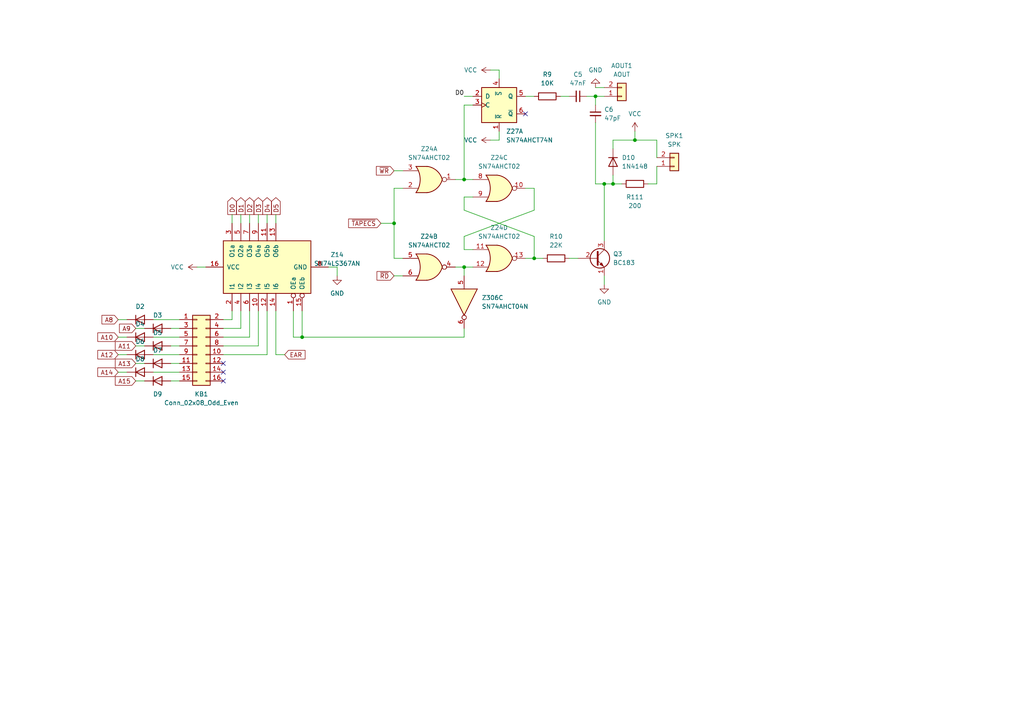
<source format=kicad_sch>
(kicad_sch (version 20211123) (generator eeschema)
  (paper "A4")
  (title_block (title "JupiterAce Z80 plus KIO and new memory format.") (date "2020-05-12") (rev "${REVNUM}") (company "Ontobus") (comment 1 "John Bradley") (comment 2 "https://creativecommons.org/licenses/by-nc-sa/4.0/") (comment 3 "Attribution-NonCommercial-ShareAlike 4.0 International License.") (comment 4 "This work is licensed under a Creative Commons "))
  (lib_symbols
    (symbol "1N4148_1" (pin_numbers hide) (pin_names hide)
      (property "Reference" "D" (at 0 2.54 0))
      (property "Value" "1N4148_1" (at 0 -2.54 0))
      (symbol "1N4148_1_0_1"
        (polyline (pts (xy -1.27 1.27) (xy -1.27 -1.27)) (stroke (width 0.254)))
        (polyline (pts (xy 1.27 0) (xy -1.27 0)))
        (polyline (pts (xy 1.27 1.27) (xy 1.27 -1.27) (xy -1.27 0) (xy 1.27 1.27)) (stroke (width 0.254)))
      )
      (symbol "1N4148_1_1_1"
        (pin passive line (at -3.81 0 0) (length 2.54) (name "K") (number "1"))
        (pin passive line (at 3.81 0 180) (length 2.54) (name "A") (number "2"))
      )
    )
    (symbol "1N4148_2" (pin_numbers hide) (pin_names hide)
      (property "Reference" "D" (at 0 2.54 0))
      (property "Value" "1N4148_2" (at 0 -2.54 0))
      (symbol "1N4148_2_0_1"
        (polyline (pts (xy -1.27 1.27) (xy -1.27 -1.27)) (stroke (width 0.254)))
        (polyline (pts (xy 1.27 0) (xy -1.27 0)))
        (polyline (pts (xy 1.27 1.27) (xy 1.27 -1.27) (xy -1.27 0) (xy 1.27 1.27)) (stroke (width 0.254)))
      )
      (symbol "1N4148_2_1_1"
        (pin passive line (at -3.81 0 0) (length 2.54) (name "K") (number "1"))
        (pin passive line (at 3.81 0 180) (length 2.54) (name "A") (number "2"))
      )
    )
    (symbol "1N4148_3" (pin_numbers hide) (pin_names hide)
      (property "Reference" "D" (at 0 2.54 0))
      (property "Value" "1N4148_3" (at 0 -2.54 0))
      (symbol "1N4148_3_0_1"
        (polyline (pts (xy -1.27 1.27) (xy -1.27 -1.27)) (stroke (width 0.254)))
        (polyline (pts (xy 1.27 0) (xy -1.27 0)))
        (polyline (pts (xy 1.27 1.27) (xy 1.27 -1.27) (xy -1.27 0) (xy 1.27 1.27)) (stroke (width 0.254)))
      )
      (symbol "1N4148_3_1_1"
        (pin passive line (at -3.81 0 0) (length 2.54) (name "K") (number "1"))
        (pin passive line (at 3.81 0 180) (length 2.54) (name "A") (number "2"))
      )
    )
    (symbol "1N4148_4" (pin_numbers hide) (pin_names hide)
      (property "Reference" "D" (at 0 2.54 0))
      (property "Value" "1N4148_4" (at 0 -2.54 0))
      (symbol "1N4148_4_0_1"
        (polyline (pts (xy -1.27 1.27) (xy -1.27 -1.27)) (stroke (width 0.254)))
        (polyline (pts (xy 1.27 0) (xy -1.27 0)))
        (polyline (pts (xy 1.27 1.27) (xy 1.27 -1.27) (xy -1.27 0) (xy 1.27 1.27)) (stroke (width 0.254)))
      )
      (symbol "1N4148_4_1_1"
        (pin passive line (at -3.81 0 0) (length 2.54) (name "K") (number "1"))
        (pin passive line (at 3.81 0 180) (length 2.54) (name "A") (number "2"))
      )
    )
    (symbol "1N4148_5" (pin_numbers hide) (pin_names hide)
      (property "Reference" "D" (at 0 2.54 0))
      (property "Value" "1N4148_5" (at 0 -2.54 0))
      (symbol "1N4148_5_0_1"
        (polyline (pts (xy -1.27 1.27) (xy -1.27 -1.27)) (stroke (width 0.254)))
        (polyline (pts (xy 1.27 0) (xy -1.27 0)))
        (polyline (pts (xy 1.27 1.27) (xy 1.27 -1.27) (xy -1.27 0) (xy 1.27 1.27)) (stroke (width 0.254)))
      )
      (symbol "1N4148_5_1_1"
        (pin passive line (at -3.81 0 0) (length 2.54) (name "K") (number "1"))
        (pin passive line (at 3.81 0 180) (length 2.54) (name "A") (number "2"))
      )
    )
    (symbol "1N4148_6" (pin_numbers hide) (pin_names hide)
      (property "Reference" "D" (at 0 2.54 0))
      (property "Value" "1N4148_6" (at 0 -2.54 0))
      (symbol "1N4148_6_0_1"
        (polyline (pts (xy -1.27 1.27) (xy -1.27 -1.27)) (stroke (width 0.254)))
        (polyline (pts (xy 1.27 0) (xy -1.27 0)))
        (polyline (pts (xy 1.27 1.27) (xy 1.27 -1.27) (xy -1.27 0) (xy 1.27 1.27)) (stroke (width 0.254)))
      )
      (symbol "1N4148_6_1_1"
        (pin passive line (at -3.81 0 0) (length 2.54) (name "K") (number "1"))
        (pin passive line (at 3.81 0 180) (length 2.54) (name "A") (number "2"))
      )
    )
    (symbol "1N4148_7" (pin_numbers hide) (pin_names hide)
      (property "Reference" "D" (at 0 2.54 0))
      (property "Value" "1N4148_7" (at 0 -2.54 0))
      (symbol "1N4148_7_0_1"
        (polyline (pts (xy -1.27 1.27) (xy -1.27 -1.27)) (stroke (width 0.254)))
        (polyline (pts (xy 1.27 0) (xy -1.27 0)))
        (polyline (pts (xy 1.27 1.27) (xy 1.27 -1.27) (xy -1.27 0) (xy 1.27 1.27)) (stroke (width 0.254)))
      )
      (symbol "1N4148_7_1_1"
        (pin passive line (at -3.81 0 0) (length 2.54) (name "K") (number "1"))
        (pin passive line (at 3.81 0 180) (length 2.54) (name "A") (number "2"))
      )
    )
    (symbol "1N4148_8" (pin_numbers hide) (pin_names hide)
      (property "Reference" "D" (at 0 2.54 0))
      (property "Value" "1N4148_8" (at 0 -2.54 0))
      (symbol "1N4148_8_0_1"
        (polyline (pts (xy -1.27 1.27) (xy -1.27 -1.27)) (stroke (width 0.254)))
        (polyline (pts (xy 1.27 0) (xy -1.27 0)))
        (polyline (pts (xy 1.27 1.27) (xy 1.27 -1.27) (xy -1.27 0) (xy 1.27 1.27)) (stroke (width 0.254)))
      )
      (symbol "1N4148_8_1_1"
        (pin passive line (at -3.81 0 0) (length 2.54) (name "K") (number "1"))
        (pin passive line (at 3.81 0 180) (length 2.54) (name "A") (number "2"))
      )
    )
    (symbol "74xx:74LS02" (pin_names (offset 1.016))
      (property "Reference" "U" (at 0 1.27 0))
      (property "Value" "74LS02" (at 0 -1.27 0))
      (symbol "74LS02_1_1"
        (arc (start -3.81 -3.81) (mid -2.589 0) (end -3.81 3.81) (stroke (width 0.254)))
        (arc (start -0.6096 -3.81) (mid 2.1855 -2.584) (end 3.81 0) (stroke (width 0.254)) (fill (type background)))
        (polyline (pts (xy -3.81 -3.81) (xy -0.635 -3.81)) (stroke (width 0.254)) (fill (type background)))
        (polyline (pts (xy -3.81 3.81) (xy -0.635 3.81)) (stroke (width 0.254)) (fill (type background)))
        (polyline (pts (xy -0.635 3.81) (xy -3.81 3.81) (xy -3.81 3.81) (xy -3.556 3.4036) (xy -3.0226 2.2606) (xy -2.6924 1.0414) (xy -2.6162 -0.254) (xy -2.7686 -1.4986) (xy -3.175 -2.7178) (xy -3.81 -3.81) (xy -3.81 -3.81) (xy -0.635 -3.81)) (stroke (width -25.4)) (fill (type background)))
        (arc (start 3.81 0) (mid 2.1928 2.5925) (end -0.6096 3.81) (stroke (width 0.254)) (fill (type background)))
        (pin output inverted (at 7.62 0 180) (length 3.81) (name "~") (number "1"))
        (pin input line (at -7.62 2.54 0) (length 4.318) (name "~") (number "2"))
        (pin input line (at -7.62 -2.54 0) (length 4.318) (name "~") (number "3"))
      )
      (symbol "74LS02_1_2"
        (arc (start 0 -3.81) (mid 3.81 0) (end 0 3.81) (stroke (width 0.254)) (fill (type background)))
        (polyline (pts (xy 0 3.81) (xy -3.81 3.81) (xy -3.81 -3.81) (xy 0 -3.81)) (stroke (width 0.254)) (fill (type background)))
        (pin output line (at 7.62 0 180) (length 3.81) (name "~") (number "1"))
        (pin input inverted (at -7.62 2.54 0) (length 3.81) (name "~") (number "2"))
        (pin input inverted (at -7.62 -2.54 0) (length 3.81) (name "~") (number "3"))
      )
      (symbol "74LS02_2_1"
        (arc (start -3.81 -3.81) (mid -2.589 0) (end -3.81 3.81) (stroke (width 0.254)))
        (arc (start -0.6096 -3.81) (mid 2.1855 -2.584) (end 3.81 0) (stroke (width 0.254)) (fill (type background)))
        (polyline (pts (xy -3.81 -3.81) (xy -0.635 -3.81)) (stroke (width 0.254)) (fill (type background)))
        (polyline (pts (xy -3.81 3.81) (xy -0.635 3.81)) (stroke (width 0.254)) (fill (type background)))
        (polyline (pts (xy -0.635 3.81) (xy -3.81 3.81) (xy -3.81 3.81) (xy -3.556 3.4036) (xy -3.0226 2.2606) (xy -2.6924 1.0414) (xy -2.6162 -0.254) (xy -2.7686 -1.4986) (xy -3.175 -2.7178) (xy -3.81 -3.81) (xy -3.81 -3.81) (xy -0.635 -3.81)) (stroke (width -25.4)) (fill (type background)))
        (arc (start 3.81 0) (mid 2.1928 2.5925) (end -0.6096 3.81) (stroke (width 0.254)) (fill (type background)))
        (pin output inverted (at 7.62 0 180) (length 3.81) (name "~") (number "4"))
        (pin input line (at -7.62 2.54 0) (length 4.318) (name "~") (number "5"))
        (pin input line (at -7.62 -2.54 0) (length 4.318) (name "~") (number "6"))
      )
      (symbol "74LS02_2_2"
        (arc (start 0 -3.81) (mid 3.81 0) (end 0 3.81) (stroke (width 0.254)) (fill (type background)))
        (polyline (pts (xy 0 3.81) (xy -3.81 3.81) (xy -3.81 -3.81) (xy 0 -3.81)) (stroke (width 0.254)) (fill (type background)))
        (pin output line (at 7.62 0 180) (length 3.81) (name "~") (number "4"))
        (pin input inverted (at -7.62 2.54 0) (length 3.81) (name "~") (number "5"))
        (pin input inverted (at -7.62 -2.54 0) (length 3.81) (name "~") (number "6"))
      )
      (symbol "74LS02_3_1"
        (arc (start -3.81 -3.81) (mid -2.589 0) (end -3.81 3.81) (stroke (width 0.254)))
        (arc (start -0.6096 -3.81) (mid 2.1855 -2.584) (end 3.81 0) (stroke (width 0.254)) (fill (type background)))
        (polyline (pts (xy -3.81 -3.81) (xy -0.635 -3.81)) (stroke (width 0.254)) (fill (type background)))
        (polyline (pts (xy -3.81 3.81) (xy -0.635 3.81)) (stroke (width 0.254)) (fill (type background)))
        (polyline (pts (xy -0.635 3.81) (xy -3.81 3.81) (xy -3.81 3.81) (xy -3.556 3.4036) (xy -3.0226 2.2606) (xy -2.6924 1.0414) (xy -2.6162 -0.254) (xy -2.7686 -1.4986) (xy -3.175 -2.7178) (xy -3.81 -3.81) (xy -3.81 -3.81) (xy -0.635 -3.81)) (stroke (width -25.4)) (fill (type background)))
        (arc (start 3.81 0) (mid 2.1928 2.5925) (end -0.6096 3.81) (stroke (width 0.254)) (fill (type background)))
        (pin output inverted (at 7.62 0 180) (length 3.81) (name "~") (number "10"))
        (pin input line (at -7.62 2.54 0) (length 4.318) (name "~") (number "8"))
        (pin input line (at -7.62 -2.54 0) (length 4.318) (name "~") (number "9"))
      )
      (symbol "74LS02_3_2"
        (arc (start 0 -3.81) (mid 3.81 0) (end 0 3.81) (stroke (width 0.254)) (fill (type background)))
        (polyline (pts (xy 0 3.81) (xy -3.81 3.81) (xy -3.81 -3.81) (xy 0 -3.81)) (stroke (width 0.254)) (fill (type background)))
        (pin output line (at 7.62 0 180) (length 3.81) (name "~") (number "10"))
        (pin input inverted (at -7.62 2.54 0) (length 3.81) (name "~") (number "8"))
        (pin input inverted (at -7.62 -2.54 0) (length 3.81) (name "~") (number "9"))
      )
      (symbol "74LS02_4_1"
        (arc (start -3.81 -3.81) (mid -2.589 0) (end -3.81 3.81) (stroke (width 0.254)))
        (arc (start -0.6096 -3.81) (mid 2.1855 -2.584) (end 3.81 0) (stroke (width 0.254)) (fill (type background)))
        (polyline (pts (xy -3.81 -3.81) (xy -0.635 -3.81)) (stroke (width 0.254)) (fill (type background)))
        (polyline (pts (xy -3.81 3.81) (xy -0.635 3.81)) (stroke (width 0.254)) (fill (type background)))
        (polyline (pts (xy -0.635 3.81) (xy -3.81 3.81) (xy -3.81 3.81) (xy -3.556 3.4036) (xy -3.0226 2.2606) (xy -2.6924 1.0414) (xy -2.6162 -0.254) (xy -2.7686 -1.4986) (xy -3.175 -2.7178) (xy -3.81 -3.81) (xy -3.81 -3.81) (xy -0.635 -3.81)) (stroke (width -25.4)) (fill (type background)))
        (arc (start 3.81 0) (mid 2.1928 2.5925) (end -0.6096 3.81) (stroke (width 0.254)) (fill (type background)))
        (pin input line (at -7.62 2.54 0) (length 4.318) (name "~") (number "11"))
        (pin input line (at -7.62 -2.54 0) (length 4.318) (name "~") (number "12"))
        (pin output inverted (at 7.62 0 180) (length 3.81) (name "~") (number "13"))
      )
      (symbol "74LS02_4_2"
        (arc (start 0 -3.81) (mid 3.81 0) (end 0 3.81) (stroke (width 0.254)) (fill (type background)))
        (polyline (pts (xy 0 3.81) (xy -3.81 3.81) (xy -3.81 -3.81) (xy 0 -3.81)) (stroke (width 0.254)) (fill (type background)))
        (pin input inverted (at -7.62 2.54 0) (length 3.81) (name "~") (number "11"))
        (pin input inverted (at -7.62 -2.54 0) (length 3.81) (name "~") (number "12"))
        (pin output line (at 7.62 0 180) (length 3.81) (name "~") (number "13"))
      )
      (symbol "74LS02_5_0"
        (pin power_in line (at 0 12.7 270) (length 5.08) (name "VCC") (number "14"))
        (pin power_in line (at 0 -12.7 90) (length 5.08) (name "GND") (number "7"))
      )
      (symbol "74LS02_5_1"
        (rectangle (start -5.08 7.62) (end 5.08 -7.62) (stroke (width 0.254)) (fill (type background)))
      )
    )
    (symbol "74xx:74LS04"
      (property "Reference" "U" (at 0 1.27 0))
      (property "Value" "74LS04" (at 0 -1.27 0))
      (symbol "74LS04_1_0"
        (polyline (pts (xy -3.81 3.81) (xy -3.81 -3.81) (xy 3.81 0) (xy -3.81 3.81)) (stroke (width 0.254)) (fill (type background)))
        (pin input line (at -7.62 0 0) (length 3.81) (name "~") (number "1"))
        (pin output inverted (at 7.62 0 180) (length 3.81) (name "~") (number "2"))
      )
      (symbol "74LS04_2_0"
        (polyline (pts (xy -3.81 3.81) (xy -3.81 -3.81) (xy 3.81 0) (xy -3.81 3.81)) (stroke (width 0.254)) (fill (type background)))
        (pin input line (at -7.62 0 0) (length 3.81) (name "~") (number "3"))
        (pin output inverted (at 7.62 0 180) (length 3.81) (name "~") (number "4"))
      )
      (symbol "74LS04_3_0"
        (polyline (pts (xy -3.81 3.81) (xy -3.81 -3.81) (xy 3.81 0) (xy -3.81 3.81)) (stroke (width 0.254)) (fill (type background)))
        (pin input line (at -7.62 0 0) (length 3.81) (name "~") (number "5"))
        (pin output inverted (at 7.62 0 180) (length 3.81) (name "~") (number "6"))
      )
      (symbol "74LS04_4_0"
        (polyline (pts (xy -3.81 3.81) (xy -3.81 -3.81) (xy 3.81 0) (xy -3.81 3.81)) (stroke (width 0.254)) (fill (type background)))
        (pin output inverted (at 7.62 0 180) (length 3.81) (name "~") (number "8"))
        (pin input line (at -7.62 0 0) (length 3.81) (name "~") (number "9"))
      )
      (symbol "74LS04_5_0"
        (polyline (pts (xy -3.81 3.81) (xy -3.81 -3.81) (xy 3.81 0) (xy -3.81 3.81)) (stroke (width 0.254)) (fill (type background)))
        (pin output inverted (at 7.62 0 180) (length 3.81) (name "~") (number "10"))
        (pin input line (at -7.62 0 0) (length 3.81) (name "~") (number "11"))
      )
      (symbol "74LS04_6_0"
        (polyline (pts (xy -3.81 3.81) (xy -3.81 -3.81) (xy 3.81 0) (xy -3.81 3.81)) (stroke (width 0.254)) (fill (type background)))
        (pin output inverted (at 7.62 0 180) (length 3.81) (name "~") (number "12"))
        (pin input line (at -7.62 0 0) (length 3.81) (name "~") (number "13"))
      )
      (symbol "74LS04_7_0"
        (pin power_in line (at 0 12.7 270) (length 5.08) (name "VCC") (number "14"))
        (pin power_in line (at 0 -12.7 90) (length 5.08) (name "GND") (number "7"))
      )
      (symbol "74LS04_7_1"
        (rectangle (start -5.08 7.62) (end 5.08 -7.62) (stroke (width 0.254)) (fill (type background)))
      )
    )
    (symbol "74xx:74LS367" (pin_names (offset 1.016))
      (property "Reference" "U" (at -7.62 13.97 0))
      (property "Value" "74LS367" (at -7.62 -13.97 0))
      (symbol "74LS367_1_0"
        (pin input inverted (at -12.7 -7.62 0) (length 5.08) (name "OEa") (number "1"))
        (pin input line (at -12.7 2.54 0) (length 5.08) (name "I4") (number "10"))
        (pin tri_state line (at 12.7 0 180) (length 5.08) (name "O5b") (number "11"))
        (pin input line (at -12.7 0 0) (length 5.08) (name "I5") (number "12"))
        (pin tri_state line (at 12.7 -2.54 180) (length 5.08) (name "O6b") (number "13"))
        (pin input line (at -12.7 -2.54 0) (length 5.08) (name "I6") (number "14"))
        (pin input inverted (at -12.7 -10.16 0) (length 5.08) (name "OEb") (number "15"))
        (pin power_in line (at 0 17.78 270) (length 5.08) (name "VCC") (number "16"))
        (pin input line (at -12.7 10.16 0) (length 5.08) (name "I1") (number "2"))
        (pin tri_state line (at 12.7 10.16 180) (length 5.08) (name "O1a") (number "3"))
        (pin input line (at -12.7 7.62 0) (length 5.08) (name "I2") (number "4"))
        (pin tri_state line (at 12.7 7.62 180) (length 5.08) (name "O2a") (number "5"))
        (pin input line (at -12.7 5.08 0) (length 5.08) (name "I3") (number "6"))
        (pin tri_state line (at 12.7 5.08 180) (length 5.08) (name "O3a") (number "7"))
        (pin power_in line (at 0 -17.78 90) (length 5.08) (name "GND") (number "8"))
        (pin tri_state line (at 12.7 2.54 180) (length 5.08) (name "O4a") (number "9"))
      )
      (symbol "74LS367_1_1"
        (rectangle (start -7.62 12.7) (end 7.62 -12.7) (stroke (width 0.254)) (fill (type background)))
      )
    )
    (symbol "74xx:74LS74" (pin_names (offset 1.016))
      (property "Reference" "U" (at -7.62 8.89 0))
      (property "Value" "74LS74" (at -7.62 -8.89 0))
      (symbol "74LS74_1_0"
        (pin input line (at 0 -7.62 90) (length 2.54) (name "~{R}") (number "1"))
        (pin input line (at -7.62 2.54 0) (length 2.54) (name "D") (number "2"))
        (pin input clock (at -7.62 0 0) (length 2.54) (name "C") (number "3"))
        (pin input line (at 0 7.62 270) (length 2.54) (name "~{S}") (number "4"))
        (pin output line (at 7.62 2.54 180) (length 2.54) (name "Q") (number "5"))
        (pin output line (at 7.62 -2.54 180) (length 2.54) (name "~{Q}") (number "6"))
      )
      (symbol "74LS74_1_1"
        (rectangle (start -5.08 5.08) (end 5.08 -5.08) (stroke (width 0.254)) (fill (type background)))
      )
      (symbol "74LS74_2_0"
        (pin input line (at 0 7.62 270) (length 2.54) (name "~{S}") (number "10"))
        (pin input clock (at -7.62 0 0) (length 2.54) (name "C") (number "11"))
        (pin input line (at -7.62 2.54 0) (length 2.54) (name "D") (number "12"))
        (pin input line (at 0 -7.62 90) (length 2.54) (name "~{R}") (number "13"))
        (pin output line (at 7.62 -2.54 180) (length 2.54) (name "~{Q}") (number "8"))
        (pin output line (at 7.62 2.54 180) (length 2.54) (name "Q") (number "9"))
      )
      (symbol "74LS74_2_1"
        (rectangle (start -5.08 5.08) (end 5.08 -5.08) (stroke (width 0.254)) (fill (type background)))
      )
      (symbol "74LS74_3_0"
        (pin power_in line (at 0 10.16 270) (length 2.54) (name "VCC") (number "14"))
        (pin power_in line (at 0 -10.16 90) (length 2.54) (name "GND") (number "7"))
      )
      (symbol "74LS74_3_1"
        (rectangle (start -5.08 7.62) (end 5.08 -7.62) (stroke (width 0.254)) (fill (type background)))
      )
    )
    (symbol "Connector_Generic:Conn_01x02" (pin_names (offset 1.016) hide)
      (property "Reference" "J" (at 0 2.54 0))
      (property "Value" "Conn_01x02" (at 0 -5.08 0))
      (symbol "Conn_01x02_1_1"
        (rectangle (start -1.27 -2.413) (end 0 -2.667) (stroke (width 0.1524)))
        (rectangle (start -1.27 0.127) (end 0 -0.127) (stroke (width 0.1524)))
        (rectangle (start -1.27 1.27) (end 1.27 -3.81) (stroke (width 0.254)) (fill (type background)))
        (pin passive line (at -5.08 0 0) (length 3.81) (name "Pin_1") (number "1"))
        (pin passive line (at -5.08 -2.54 0) (length 3.81) (name "Pin_2") (number "2"))
      )
    )
    (symbol "Connector_Generic:Conn_02x08_Odd_Even" (pin_names (offset 1.016) hide)
      (property "Reference" "J" (at 1.27 10.16 0))
      (property "Value" "Conn_02x08_Odd_Even" (at 1.27 -12.7 0))
      (symbol "Conn_02x08_Odd_Even_1_1"
        (rectangle (start -1.27 -10.033) (end 0 -10.287) (stroke (width 0.1524)))
        (rectangle (start -1.27 -7.493) (end 0 -7.747) (stroke (width 0.1524)))
        (rectangle (start -1.27 -4.953) (end 0 -5.207) (stroke (width 0.1524)))
        (rectangle (start -1.27 -2.413) (end 0 -2.667) (stroke (width 0.1524)))
        (rectangle (start -1.27 0.127) (end 0 -0.127) (stroke (width 0.1524)))
        (rectangle (start -1.27 2.667) (end 0 2.413) (stroke (width 0.1524)))
        (rectangle (start -1.27 5.207) (end 0 4.953) (stroke (width 0.1524)))
        (rectangle (start -1.27 7.747) (end 0 7.493) (stroke (width 0.1524)))
        (rectangle (start -1.27 8.89) (end 3.81 -11.43) (stroke (width 0.254)) (fill (type background)))
        (rectangle (start 3.81 -10.033) (end 2.54 -10.287) (stroke (width 0.1524)))
        (rectangle (start 3.81 -7.493) (end 2.54 -7.747) (stroke (width 0.1524)))
        (rectangle (start 3.81 -4.953) (end 2.54 -5.207) (stroke (width 0.1524)))
        (rectangle (start 3.81 -2.413) (end 2.54 -2.667) (stroke (width 0.1524)))
        (rectangle (start 3.81 0.127) (end 2.54 -0.127) (stroke (width 0.1524)))
        (rectangle (start 3.81 2.667) (end 2.54 2.413) (stroke (width 0.1524)))
        (rectangle (start 3.81 5.207) (end 2.54 4.953) (stroke (width 0.1524)))
        (rectangle (start 3.81 7.747) (end 2.54 7.493) (stroke (width 0.1524)))
        (pin passive line (at -5.08 7.62 0) (length 3.81) (name "Pin_1") (number "1"))
        (pin passive line (at 7.62 -2.54 180) (length 3.81) (name "Pin_10") (number "10"))
        (pin passive line (at -5.08 -5.08 0) (length 3.81) (name "Pin_11") (number "11"))
        (pin passive line (at 7.62 -5.08 180) (length 3.81) (name "Pin_12") (number "12"))
        (pin passive line (at -5.08 -7.62 0) (length 3.81) (name "Pin_13") (number "13"))
        (pin passive line (at 7.62 -7.62 180) (length 3.81) (name "Pin_14") (number "14"))
        (pin passive line (at -5.08 -10.16 0) (length 3.81) (name "Pin_15") (number "15"))
        (pin passive line (at 7.62 -10.16 180) (length 3.81) (name "Pin_16") (number "16"))
        (pin passive line (at 7.62 7.62 180) (length 3.81) (name "Pin_2") (number "2"))
        (pin passive line (at -5.08 5.08 0) (length 3.81) (name "Pin_3") (number "3"))
        (pin passive line (at 7.62 5.08 180) (length 3.81) (name "Pin_4") (number "4"))
        (pin passive line (at -5.08 2.54 0) (length 3.81) (name "Pin_5") (number "5"))
        (pin passive line (at 7.62 2.54 180) (length 3.81) (name "Pin_6") (number "6"))
        (pin passive line (at -5.08 0 0) (length 3.81) (name "Pin_7") (number "7"))
        (pin passive line (at 7.62 0 180) (length 3.81) (name "Pin_8") (number "8"))
        (pin passive line (at -5.08 -2.54 0) (length 3.81) (name "Pin_9") (number "9"))
      )
    )
    (symbol "Device:C_Small" (pin_numbers hide) (pin_names (offset 0.254) hide)
      (property "Reference" "C" (at 0.254 1.778 0))
      (property "Value" "C_Small" (at 0.254 -2.032 0))
      (symbol "C_Small_0_1"
        (polyline (pts (xy -1.524 -0.508) (xy 1.524 -0.508)) (stroke (width 0.3302)))
        (polyline (pts (xy -1.524 0.508) (xy 1.524 0.508)) (stroke (width 0.3048)))
      )
      (symbol "C_Small_1_1"
        (pin passive line (at 0 2.54 270) (length 2.032) (name "~") (number "1"))
        (pin passive line (at 0 -2.54 90) (length 2.032) (name "~") (number "2"))
      )
    )
    (symbol "Device:Q_NPN_EBC" (pin_names (offset 0) hide)
      (property "Reference" "Q" (at 5.08 1.27 0))
      (property "Value" "Q_NPN_EBC" (at 5.08 -1.27 0))
      (symbol "Q_NPN_EBC_0_1"
        (polyline (pts (xy 0.635 0.635) (xy 2.54 2.54)))
        (polyline (pts (xy 0.635 -0.635) (xy 2.54 -2.54) (xy 2.54 -2.54)))
        (polyline (pts (xy 0.635 1.905) (xy 0.635 -1.905) (xy 0.635 -1.905)) (stroke (width 0.508)))
        (polyline (pts (xy 1.27 -1.778) (xy 1.778 -1.27) (xy 2.286 -2.286) (xy 1.27 -1.778) (xy 1.27 -1.778)) (fill (type outline)))
        (circle (center 1.27 0) (radius 2.8194) (stroke (width 0.254)))
      )
      (symbol "Q_NPN_EBC_1_1"
        (pin passive line (at 2.54 -5.08 90) (length 2.54) (name "E") (number "1"))
        (pin passive line (at -5.08 0 0) (length 5.715) (name "B") (number "2"))
        (pin passive line (at 2.54 5.08 270) (length 2.54) (name "C") (number "3"))
      )
    )
    (symbol "Device:R" (pin_numbers hide) (pin_names (offset 0))
      (property "Reference" "R" (at 2.032 0 90))
      (property "Value" "R" (at 0 0 90))
      (symbol "R_0_1"
        (rectangle (start -1.016 -2.54) (end 1.016 2.54) (stroke (width 0.254)))
      )
      (symbol "R_1_1"
        (pin passive line (at 0 3.81 270) (length 1.27) (name "~") (number "1"))
        (pin passive line (at 0 -3.81 90) (length 1.27) (name "~") (number "2"))
      )
    )
    (symbol "Diode:1N4148" (pin_numbers hide) (pin_names hide)
      (property "Reference" "D" (at 0 2.54 0))
      (property "Value" "1N4148" (at 0 -2.54 0))
      (symbol "1N4148_0_1"
        (polyline (pts (xy -1.27 1.27) (xy -1.27 -1.27)) (stroke (width 0.254)))
        (polyline (pts (xy 1.27 0) (xy -1.27 0)))
        (polyline (pts (xy 1.27 1.27) (xy 1.27 -1.27) (xy -1.27 0) (xy 1.27 1.27)) (stroke (width 0.254)))
      )
      (symbol "1N4148_1_1"
        (pin passive line (at -3.81 0 0) (length 2.54) (name "K") (number "1"))
        (pin passive line (at 3.81 0 180) (length 2.54) (name "A") (number "2"))
      )
    )
    (symbol "power:GND" (power) (pin_names (offset 0))
      (property "Value" "GND" (at 0 -3.81 0))
      (symbol "GND_0_1"
        (polyline (pts (xy 0 0) (xy 0 -1.27) (xy 1.27 -1.27) (xy 0 -2.54) (xy -1.27 -1.27) (xy 0 -1.27)))
      )
      (symbol "GND_1_1"
        (pin power_in line (at 0 0 270) (length 0) hide (name "GND") (number "1"))
      )
    )
    (symbol "power:VCC" (power) (pin_names (offset 0))
      (property "Value" "VCC" (at 0 3.81 0))
      (symbol "VCC_0_1"
        (polyline (pts (xy -0.762 1.27) (xy 0 2.54)))
        (polyline (pts (xy 0 0) (xy 0 2.54)))
        (polyline (pts (xy 0 2.54) (xy 0.762 1.27)))
      )
      (symbol "VCC_1_1"
        (pin power_in line (at 0 0 90) (length 0) hide (name "VCC") (number "1"))
      )
    )
  )
  (junction (at 114.3 64.77))
  (junction (at 172.72 27.94))
  (junction (at 87.63 97.79))
  (junction (at 134.62 77.47))
  (junction (at 184.15 40.64))
  (junction (at 175.26 53.34))
  (junction (at 154.94 74.93))
  (junction (at 177.8 53.34))
  (junction (at 134.62 52.07))
  (no_connect (at 64.77 107.95))
  (no_connect (at 64.77 105.41))
  (no_connect (at 64.77 110.49))
  (no_connect (at 152.4 33.02))
  (wire (pts (xy 154.94 54.61) (xy 154.94 60.96)))
  (wire (pts (xy 41.91 95.25) (xy 39.37 95.25)))
  (wire (pts (xy 172.72 27.94) (xy 175.26 27.94)))
  (wire (pts (xy 134.62 77.47) (xy 137.16 77.47)))
  (wire (pts (xy 177.8 40.64) (xy 177.8 43.18)))
  (wire (pts (xy 80.01 90.17) (xy 80.01 102.87)))
  (wire (pts (xy 114.3 74.93) (xy 116.84 74.93)))
  (wire (pts (xy 74.93 100.33) (xy 64.77 100.33)))
  (wire (pts (xy 36.83 92.71) (xy 34.29 92.71)))
  (wire (pts (xy 175.26 82.55) (xy 175.26 80.01)))
  (wire (pts (xy 152.4 74.93) (xy 154.94 74.93)))
  (wire (pts (xy 175.26 53.34) (xy 175.26 69.85)))
  (wire (pts (xy 152.4 27.94) (xy 154.94 27.94)))
  (wire (pts (xy 134.62 95.25) (xy 134.62 97.79)))
  (wire (pts (xy 52.07 102.87) (xy 44.45 102.87)))
  (wire (pts (xy 134.62 68.58) (xy 134.62 72.39)))
  (wire (pts (xy 77.47 64.77) (xy 77.47 62.23)))
  (wire (pts (xy 177.8 40.64) (xy 184.15 40.64)))
  (wire (pts (xy 172.72 53.34) (xy 172.72 35.56)))
  (wire (pts (xy 69.85 64.77) (xy 69.85 62.23)))
  (wire (pts (xy 142.24 40.64) (xy 144.78 40.64)))
  (wire (pts (xy 132.08 77.47) (xy 134.62 77.47)))
  (wire (pts (xy 190.5 40.64) (xy 184.15 40.64)))
  (wire (pts (xy 116.84 49.53) (xy 114.3 49.53)))
  (wire (pts (xy 80.01 102.87) (xy 82.55 102.87)))
  (wire (pts (xy 49.53 110.49) (xy 52.07 110.49)))
  (wire (pts (xy 64.77 95.25) (xy 69.85 95.25)))
  (wire (pts (xy 137.16 52.07) (xy 134.62 52.07)))
  (wire (pts (xy 85.09 90.17) (xy 85.09 97.79)))
  (wire (pts (xy 69.85 90.17) (xy 69.85 95.25)))
  (wire (pts (xy 162.56 27.94) (xy 165.1 27.94)))
  (wire (pts (xy 67.31 90.17) (xy 67.31 92.71)))
  (wire (pts (xy 64.77 102.87) (xy 77.47 102.87)))
  (wire (pts (xy 152.4 54.61) (xy 154.94 54.61)))
  (wire (pts (xy 74.93 90.17) (xy 74.93 100.33)))
  (wire (pts (xy 190.5 45.72) (xy 190.5 40.64)))
  (wire (pts (xy 172.72 25.4) (xy 175.26 25.4)))
  (wire (pts (xy 49.53 95.25) (xy 52.07 95.25)))
  (wire (pts (xy 95.25 77.47) (xy 97.79 77.47)))
  (wire (pts (xy 134.62 60.96) (xy 154.94 68.58)))
  (wire (pts (xy 134.62 27.94) (xy 137.16 27.94)))
  (wire (pts (xy 41.91 105.41) (xy 39.37 105.41)))
  (wire (pts (xy 97.79 77.47) (xy 97.79 80.01)))
  (wire (pts (xy 170.18 27.94) (xy 172.72 27.94)))
  (wire (pts (xy 41.91 100.33) (xy 39.37 100.33)))
  (wire (pts (xy 87.63 90.17) (xy 87.63 97.79)))
  (wire (pts (xy 134.62 30.48) (xy 137.16 30.48)))
  (wire (pts (xy 114.3 54.61) (xy 114.3 64.77)))
  (wire (pts (xy 59.69 77.47) (xy 57.15 77.47)))
  (wire (pts (xy 134.62 60.96) (xy 134.62 57.15)))
  (wire (pts (xy 72.39 90.17) (xy 72.39 97.79)))
  (wire (pts (xy 154.94 74.93) (xy 157.48 74.93)))
  (wire (pts (xy 175.26 53.34) (xy 177.8 53.34)))
  (wire (pts (xy 52.07 97.79) (xy 44.45 97.79)))
  (wire (pts (xy 142.24 20.32) (xy 144.78 20.32)))
  (wire (pts (xy 184.15 40.64) (xy 184.15 38.1)))
  (wire (pts (xy 87.63 97.79) (xy 134.62 97.79)))
  (wire (pts (xy 72.39 64.77) (xy 72.39 62.23)))
  (wire (pts (xy 190.5 48.26) (xy 190.5 53.34)))
  (wire (pts (xy 154.94 60.96) (xy 134.62 68.58)))
  (wire (pts (xy 134.62 57.15) (xy 137.16 57.15)))
  (wire (pts (xy 144.78 38.1) (xy 144.78 40.64)))
  (wire (pts (xy 134.62 30.48) (xy 134.62 52.07)))
  (wire (pts (xy 177.8 53.34) (xy 177.8 50.8)))
  (wire (pts (xy 114.3 54.61) (xy 116.84 54.61)))
  (wire (pts (xy 36.83 97.79) (xy 34.29 97.79)))
  (wire (pts (xy 49.53 100.33) (xy 52.07 100.33)))
  (wire (pts (xy 36.83 102.87) (xy 34.29 102.87)))
  (wire (pts (xy 180.34 53.34) (xy 177.8 53.34)))
  (wire (pts (xy 85.09 97.79) (xy 87.63 97.79)))
  (wire (pts (xy 116.84 80.01) (xy 114.3 80.01)))
  (wire (pts (xy 67.31 64.77) (xy 67.31 62.23)))
  (wire (pts (xy 80.01 64.77) (xy 80.01 62.23)))
  (wire (pts (xy 36.83 107.95) (xy 34.29 107.95)))
  (wire (pts (xy 52.07 107.95) (xy 44.45 107.95)))
  (wire (pts (xy 132.08 52.07) (xy 134.62 52.07)))
  (wire (pts (xy 114.3 74.93) (xy 114.3 64.77)))
  (wire (pts (xy 74.93 64.77) (xy 74.93 62.23)))
  (wire (pts (xy 64.77 92.71) (xy 67.31 92.71)))
  (wire (pts (xy 52.07 92.71) (xy 44.45 92.71)))
  (wire (pts (xy 172.72 27.94) (xy 172.72 30.48)))
  (wire (pts (xy 64.77 97.79) (xy 72.39 97.79)))
  (wire (pts (xy 165.1 74.93) (xy 167.64 74.93)))
  (wire (pts (xy 110.49 64.77) (xy 114.3 64.77)))
  (wire (pts (xy 134.62 80.01) (xy 134.62 77.47)))
  (wire (pts (xy 144.78 22.86) (xy 144.78 20.32)))
  (wire (pts (xy 41.91 110.49) (xy 39.37 110.49)))
  (wire (pts (xy 49.53 105.41) (xy 52.07 105.41)))
  (wire (pts (xy 77.47 90.17) (xy 77.47 102.87)))
  (wire (pts (xy 190.5 53.34) (xy 187.96 53.34)))
  (wire (pts (xy 172.72 53.34) (xy 175.26 53.34)))
  (wire (pts (xy 154.94 74.93) (xy 154.94 68.58)))
  (wire (pts (xy 134.62 72.39) (xy 137.16 72.39)))
  (label "D0" (at 134.62 27.94 0))
  (global_label "D5" (shape output) (at 80.01 62.23 90) (property "Intersheet References" "${INTERSHEET_REFS}" (at 79.9306 57.4263 90) (effects (justify left))))
  (global_label "A9" (shape input) (at 39.37 95.25 180) (property "Intersheet References" "${INTERSHEET_REFS}" (at 34.7477 95.1706 0) (effects (justify right))))
  (global_label "A10" (shape input) (at 34.29 97.79 180) (property "Intersheet References" "${INTERSHEET_REFS}" (at 28.4582 97.7106 0) (effects (justify right))))
  (global_label "D2" (shape output) (at 72.39 62.23 90) (property "Intersheet References" "${INTERSHEET_REFS}" (at 72.3106 57.4263 90) (effects (justify left))))
  (global_label "~{WR}" (shape input) (at 114.3 49.53 180) (property "Intersheet References" "${INTERSHEET_REFS}" (at 109.2544 49.4506 0) (effects (justify right))))
  (global_label "A12" (shape input) (at 34.29 102.87 180) (property "Intersheet References" "${INTERSHEET_REFS}" (at 28.4582 102.7906 0) (effects (justify right))))
  (global_label "EAR" (shape input) (at 82.55 102.87 0) (property "Intersheet References" "${INTERSHEET_REFS}" (at 88.3818 102.7906 0) (effects (justify left))))
  (global_label "A11" (shape input) (at 39.37 100.33 180) (property "Intersheet References" "${INTERSHEET_REFS}" (at 33.5382 100.2506 0) (effects (justify right))))
  (global_label "D4" (shape output) (at 77.47 62.23 90) (property "Intersheet References" "${INTERSHEET_REFS}" (at 77.3906 57.4263 90) (effects (justify left))))
  (global_label "D3" (shape output) (at 74.93 62.23 90) (property "Intersheet References" "${INTERSHEET_REFS}" (at 74.8506 57.4263 90) (effects (justify left))))
  (global_label "~{TAPECS}" (shape input) (at 110.49 64.77 180) (property "Intersheet References" "${INTERSHEET_REFS}" (at 101.211 64.6906 0) (effects (justify right))))
  (global_label "A14" (shape input) (at 34.29 107.95 180) (property "Intersheet References" "${INTERSHEET_REFS}" (at 28.4582 107.8706 0) (effects (justify right))))
  (global_label "A15" (shape input) (at 39.37 110.49 180) (property "Intersheet References" "${INTERSHEET_REFS}" (at 33.5382 110.4106 0) (effects (justify right))))
  (global_label "A13" (shape input) (at 39.37 105.41 180) (property "Intersheet References" "${INTERSHEET_REFS}" (at 33.5382 105.3306 0) (effects (justify right))))
  (global_label "D1" (shape output) (at 69.85 62.23 90) (property "Intersheet References" "${INTERSHEET_REFS}" (at 69.7706 57.4263 90) (effects (justify left))))
  (global_label "A8" (shape input) (at 34.29 92.71 180) (property "Intersheet References" "${INTERSHEET_REFS}" (at 29.6677 92.6306 0) (effects (justify right))))
  (global_label "~{RD}" (shape input) (at 114.3 80.01 180) (property "Intersheet References" "${INTERSHEET_REFS}" (at 109.4358 79.9306 0) (effects (justify right))))
  (global_label "D0" (shape output) (at 67.31 62.23 90) (property "Intersheet References" "${INTERSHEET_REFS}" (at 67.2306 57.4263 90) (effects (justify left))))
  (symbol (lib_name "1N4148_6") (lib_id "Diode:1N4148") (at 45.72 110.49 0) (unit 1)
    (property "Reference" "D9" (at 45.72 114.3 0))
    (property "Value" "1N4148" (effects hide))
    (property "Footprint" "Diode_THT:D_DO-35_SOD27_P2.54mm_Vertical_AnodeUp" (effects hide))
    (property "Datasheet" "https://assets.nexperia.com/documents/data-sheet/1N4148_1N4448.pdf" (effects hide))
  )
  (symbol (lib_id "Device:Q_NPN_EBC") (at 172.72 74.93 0) (unit 1)
    (property "Reference" "Q3" (at 177.8 73.6599 0) (effects (justify left)))
    (property "Value" "BC183" (at 177.8 76.1999 0) (effects (justify left)))
    (property "Footprint" "Package_TO_SOT_THT:TO-92L_Inline_Wide" (effects hide))
  )
  (symbol (lib_name "1N4148_2") (lib_id "Diode:1N4148") (at 40.64 107.95 0) (unit 1)
    (property "Reference" "D8" (at 40.64 104.14 0))
    (property "Value" "1N4148" (effects hide))
    (property "Footprint" "Diode_THT:D_DO-35_SOD27_P2.54mm_Vertical_AnodeUp" (effects hide))
    (property "Datasheet" "https://assets.nexperia.com/documents/data-sheet/1N4148_1N4448.pdf" (effects hide))
  )
  (symbol (lib_name "1N4148_4") (lib_id "Diode:1N4148") (at 45.72 105.41 0) (unit 1)
    (property "Reference" "D7" (at 45.72 101.6 0))
    (property "Value" "1N4148" (effects hide))
    (property "Footprint" "Diode_THT:D_DO-35_SOD27_P2.54mm_Vertical_AnodeUp" (effects hide))
    (property "Datasheet" "https://assets.nexperia.com/documents/data-sheet/1N4148_1N4448.pdf" (effects hide))
  )
  (symbol (lib_name "1N4148_3") (lib_id "Diode:1N4148") (at 40.64 102.87 0) (unit 1)
    (property "Reference" "D6" (at 40.64 99.06 0))
    (property "Value" "1N4148" (effects hide))
    (property "Footprint" "Diode_THT:D_DO-35_SOD27_P2.54mm_Vertical_AnodeUp" (effects hide))
    (property "Datasheet" "https://assets.nexperia.com/documents/data-sheet/1N4148_1N4448.pdf" (effects hide))
  )
  (symbol (lib_name "1N4148_5") (lib_id "Diode:1N4148") (at 45.72 100.33 0) (unit 1)
    (property "Reference" "D5" (at 45.72 96.52 0))
    (property "Value" "1N4148" (effects hide))
    (property "Footprint" "Diode_THT:D_DO-35_SOD27_P2.54mm_Vertical_AnodeUp" (effects hide))
    (property "Datasheet" "https://assets.nexperia.com/documents/data-sheet/1N4148_1N4448.pdf" (effects hide))
  )
  (symbol (lib_name "1N4148_8") (lib_id "Diode:1N4148") (at 40.64 97.79 0) (unit 1)
    (property "Reference" "D4" (at 40.64 93.98 0))
    (property "Value" "1N4148" (effects hide))
    (property "Footprint" "Diode_THT:D_DO-35_SOD27_P2.54mm_Vertical_AnodeUp" (effects hide))
    (property "Datasheet" "https://assets.nexperia.com/documents/data-sheet/1N4148_1N4448.pdf" (effects hide))
  )
  (symbol (lib_name "1N4148_7") (lib_id "Diode:1N4148") (at 45.72 95.25 0) (unit 1)
    (property "Reference" "D3" (at 45.72 91.44 0))
    (property "Value" "1N4148" (effects hide))
    (property "Footprint" "Diode_THT:D_DO-35_SOD27_P2.54mm_Vertical_AnodeUp" (effects hide))
    (property "Datasheet" "https://assets.nexperia.com/documents/data-sheet/1N4148_1N4448.pdf" (effects hide))
  )
  (symbol (lib_id "Diode:1N4148") (at 40.64 92.71 0) (unit 1)
    (property "Reference" "D2" (at 40.64 88.9 0))
    (property "Value" "1N4148" (effects hide))
    (property "Footprint" "Diode_THT:D_DO-35_SOD27_P2.54mm_Vertical_AnodeUp" (effects hide))
    (property "Datasheet" "https://assets.nexperia.com/documents/data-sheet/1N4148_1N4448.pdf" (effects hide))
  )
  (symbol (lib_id "Connector_Generic:Conn_01x02") (at 195.58 48.26 0) (mirror x) (unit 1)
    (property "Reference" "SPK1" (at 195.58 39.37 0) (effects (font (size 1.2954 1.2954))))
    (property "Value" "SPK" (at 195.58 41.91 0))
    (property "Footprint" "Connector_PinHeader_2.54mm:PinHeader_1x02_P2.54mm_Vertical" (effects hide))
  )
  (symbol (lib_name "1N4148_1") (lib_id "Diode:1N4148") (at 177.8 46.99 270) (unit 1)
    (property "Reference" "D10" (at 180.34 45.7199 90) (effects (justify left)))
    (property "Value" "1N4148" (at 180.34 48.2599 90) (effects (justify left)))
    (property "Footprint" "Diode_THT:D_DO-35_SOD27_P2.54mm_Vertical_AnodeUp" (effects hide))
    (property "Datasheet" "https://assets.nexperia.com/documents/data-sheet/1N4148_1N4448.pdf" (effects hide))
  )
  (symbol (lib_id "Connector_Generic:Conn_02x08_Odd_Even") (at 57.15 100.33 0) (unit 1)
    (property "Reference" "KB1" (at 58.42 114.3 0))
    (property "Value" "Conn_02x08_Odd_Even" (at 58.42 116.84 0))
    (property "Footprint" "Connector_IDC:IDC-Header_2x08_P2.54mm_Vertical" (effects hide))
  )
  (symbol (lib_id "Device:C_Small") (at 172.72 33.02 0) (unit 1)
    (property "Reference" "C6" (at 175.26 31.7562 0) (effects (justify left)))
    (property "Value" "47pF" (at 175.26 34.2962 0) (effects (justify left)))
    (property "Footprint" "Capacitor_THT:C_Disc_D5.0mm_W2.5mm_P2.50mm" (effects hide))
  )
  (symbol (lib_id "Device:R") (at 184.15 53.34 90) (unit 1)
    (property "Reference" "R111" (at 184.15 57.15 90))
    (property "Value" "200" (at 184.15 59.69 90))
    (property "Footprint" "Resistor_THT:R_Axial_DIN0204_L3.6mm_D1.6mm_P1.90mm_Vertical" (effects hide))
  )
  (symbol (lib_id "Device:C_Small") (at 167.64 27.94 270) (unit 1)
    (property "Reference" "C5" (at 167.6336 21.59 90))
    (property "Value" "47nF" (at 167.6336 24.13 90))
    (property "Footprint" "Capacitor_THT:C_Disc_D5.0mm_W2.5mm_P2.50mm" (effects hide))
    (property "Height" "4" (effects hide))
  )
  (symbol (lib_id "74xx:74LS02") (at 124.46 52.07 0) (mirror x) (unit 1)
    (property "Reference" "Z24" (at 124.46 43.18 0))
    (property "Value" "SN74AHCT02" (at 124.46 45.72 0))
    (property "Footprint" "Package_DIP:DIP-14_W7.62mm" (effects hide))
    (property "Datasheet" "http://www.ti.com/lit/gpn/sn74ls02" (effects hide))
  )
  (symbol (lib_id "74xx:74LS02") (at 124.46 77.47 0) (unit 2)
    (property "Reference" "Z24" (at 124.46 68.58 0))
    (property "Value" "SN74AHCT02" (at 124.46 71.12 0))
    (property "Footprint" "Package_DIP:DIP-14_W7.62mm" (effects hide))
    (property "Datasheet" "http://www.ti.com/lit/gpn/sn74ls02" (effects hide))
  )
  (symbol (lib_id "74xx:74LS02") (at 144.78 54.61 0) (unit 3)
    (property "Reference" "Z24" (at 144.78 45.72 0))
    (property "Value" "SN74AHCT02" (at 144.78 48.26 0))
    (property "Footprint" "Package_DIP:DIP-14_W7.62mm" (effects hide))
    (property "Datasheet" "http://www.ti.com/lit/gpn/sn74ls02" (effects hide))
  )
  (symbol (lib_id "74xx:74LS02") (at 144.78 74.93 0) (unit 4)
    (property "Reference" "Z24" (at 144.78 66.04 0))
    (property "Value" "SN74AHCT02" (at 144.78 68.58 0))
    (property "Footprint" "Package_DIP:DIP-14_W7.62mm" (effects hide))
    (property "Datasheet" "http://www.ti.com/lit/gpn/sn74ls02" (effects hide))
  )
  (symbol (lib_id "74xx:74LS74") (at 144.78 30.48 0) (unit 1)
    (property "Reference" "Z27" (at 146.7994 38.1 0) (effects (justify left)))
    (property "Value" "SN74AHCT74N" (at 146.7994 40.64 0) (effects (justify left)))
    (property "Footprint" "Package_DIP:DIP-14_W7.62mm" (effects hide))
    (property "Datasheet" "74xx/74hc_hct74.pdf" (effects hide))
  )
  (symbol (lib_id "74xx:74LS04") (at 134.62 87.63 270) (unit 3)
    (property "Reference" "Z306" (at 139.7 86.3599 90) (effects (justify left)))
    (property "Value" "SN74AHCT04N" (at 139.7 88.8999 90) (effects (justify left)))
    (property "Footprint" "Package_DIP:DIP-14_W7.62mm" (effects hide))
    (property "Datasheet" "http://www.ti.com/lit/gpn/sn74LS04" (effects hide))
  )
  (symbol (lib_id "power:GND") (at 175.26 82.55 0) (unit 1)
    (property "Reference" "#0108" (effects hide))
    (property "Value" "GND" (at 175.26 87.63 0))
  )
  (symbol (lib_id "power:VCC") (at 184.15 38.1 0) (unit 1)
    (property "Reference" "#0109" (effects hide))
    (property "Value" "VCC" (at 184.15 33.02 0))
  )
  (symbol (lib_id "power:GND") (at 172.72 25.4 180) (unit 1)
    (property "Reference" "#0110" (effects hide))
    (property "Value" "GND" (at 172.72 20.32 0))
  )
  (symbol (lib_id "power:GND") (at 97.79 80.01 0) (unit 1)
    (property "Reference" "#0111" (effects hide))
    (property "Value" "GND" (at 97.79 85.09 0))
  )
  (symbol (lib_id "power:VCC") (at 142.24 20.32 90) (unit 1)
    (property "Reference" "#0112" (effects hide))
    (property "Value" "VCC" (at 138.43 20.3199 90) (effects (justify left)))
  )
  (symbol (lib_id "power:VCC") (at 142.24 40.64 90) (unit 1)
    (property "Reference" "#0113" (effects hide))
    (property "Value" "VCC" (at 138.43 40.6399 90) (effects (justify left)))
  )
  (symbol (lib_id "power:VCC") (at 57.15 77.47 90) (unit 1)
    (property "Reference" "#0114" (effects hide))
    (property "Value" "VCC" (at 53.34 77.4699 90) (effects (justify left)))
  )
  (symbol (lib_id "74xx:74LS367") (at 77.47 77.47 90) (unit 1)
    (property "Reference" "Z14" (at 97.79 73.8886 90))
    (property "Value" "SN74LS367AN" (at 97.79 76.4286 90))
    (property "Footprint" "Package_DIP:DIP-16_W7.62mm" (effects hide))
    (property "Datasheet" "http://www.ti.com/lit/gpn/sn74LS367" (effects hide))
  )
  (symbol (lib_id "Device:R") (at 158.75 27.94 90) (unit 1)
    (property "Reference" "R9" (at 158.75 21.59 90))
    (property "Value" "10K" (at 158.75 24.13 90))
    (property "Footprint" "Resistor_THT:R_Axial_DIN0204_L3.6mm_D1.6mm_P1.90mm_Vertical" (effects hide))
  )
  (symbol (lib_id "Connector_Generic:Conn_01x02") (at 180.34 27.94 0) (mirror x) (unit 1)
    (property "Reference" "AOUT1" (at 180.34 19.05 0) (effects (font (size 1.2954 1.2954))))
    (property "Value" "AOUT" (at 180.34 21.59 0))
    (property "Footprint" "Connector_PinHeader_2.54mm:PinHeader_1x02_P2.54mm_Vertical" (effects hide))
  )
  (symbol (lib_id "Device:R") (at 161.29 74.93 270) (unit 1)
    (property "Reference" "R10" (at 161.29 68.58 90))
    (property "Value" "22K" (at 161.29 71.12 90))
    (property "Footprint" "Resistor_THT:R_Axial_DIN0204_L3.6mm_D1.6mm_P1.90mm_Vertical" (effects hide))
  )
)
</source>
